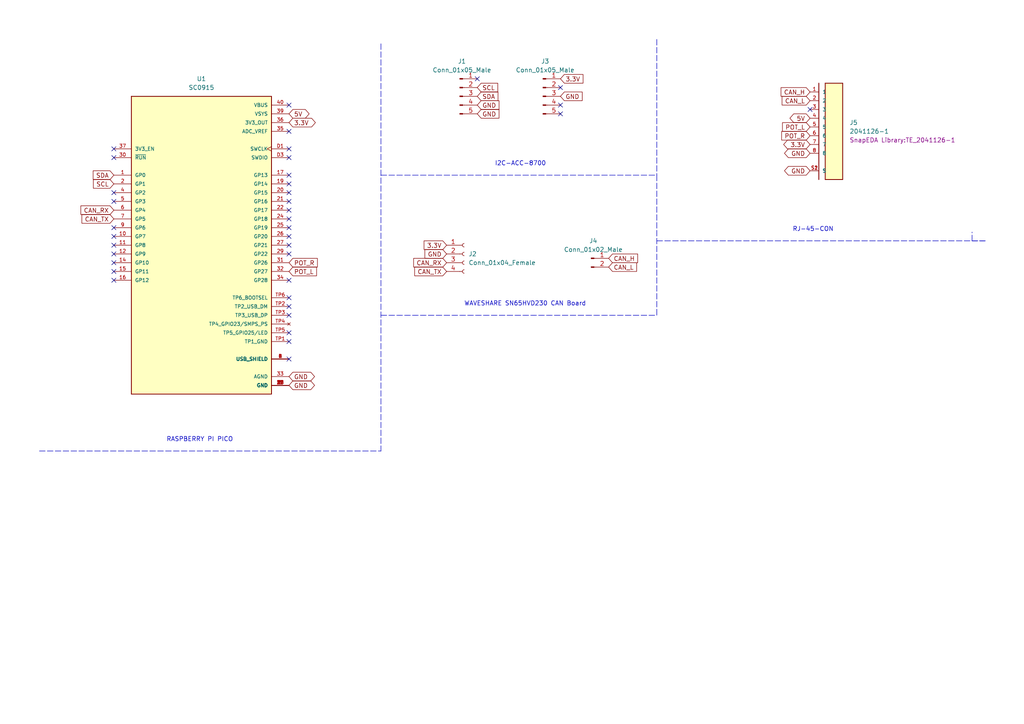
<source format=kicad_sch>
(kicad_sch (version 20211123) (generator eeschema)
  (paper "A4")
  (lib_symbols
    (symbol "2041126-1:2041126-1" (pin_names (offset 1.016))
      (property "Reference" "J" (at -0.254 13.2334 0))
      (property "Value" "2041126-1" (at 0 -17.5514 0))
      (symbol "2041126-1_0_0"
        (polyline (pts (xy 0 -15.24) (xy 0 12.7)) (stroke (width 0.254)))
        (rectangle (start 1.8542 -15.24) (end 6.9342 12.7) (stroke (width 0.254)) (fill (type background)))
        (pin passive line (at -2.54 10.16 0) (length 2.54) (name "1") (number "1"))
        (pin passive line (at -2.54 7.62 0) (length 2.54) (name "2") (number "2"))
        (pin passive line (at -2.54 5.08 0) (length 2.54) (name "3") (number "3"))
        (pin passive line (at -2.54 2.54 0) (length 2.54) (name "4") (number "4"))
        (pin passive line (at -2.54 0 0) (length 2.54) (name "5") (number "5"))
        (pin passive line (at -2.54 -2.54 0) (length 2.54) (name "6") (number "6"))
        (pin passive line (at -2.54 -5.08 0) (length 2.54) (name "7") (number "7"))
        (pin passive line (at -2.54 -7.62 0) (length 2.54) (name "8") (number "8"))
        (pin passive line (at -2.54 -12.7 0) (length 2.54) (name "S") (number "S1"))
        (pin passive line (at -2.54 -12.7 0) (length 2.54) (name "S") (number "S2"))
      )
    )
    (symbol "Connector:Conn_01x02_Male" (pin_names (offset 1.016) hide)
      (property "Reference" "J" (at 0 2.54 0))
      (property "Value" "Conn_01x02_Male" (at 0 -5.08 0))
      (symbol "Conn_01x02_Male_1_1"
        (polyline (pts (xy 1.27 -2.54) (xy 0.8636 -2.54)) (stroke (width 0.1524)))
        (polyline (pts (xy 1.27 0) (xy 0.8636 0)) (stroke (width 0.1524)))
        (rectangle (start 0.8636 -2.413) (end 0 -2.667) (stroke (width 0.1524)) (fill (type outline)))
        (rectangle (start 0.8636 0.127) (end 0 -0.127) (stroke (width 0.1524)) (fill (type outline)))
        (pin passive line (at 5.08 0 180) (length 3.81) (name "Pin_1") (number "1"))
        (pin passive line (at 5.08 -2.54 180) (length 3.81) (name "Pin_2") (number "2"))
      )
    )
    (symbol "Connector:Conn_01x04_Female" (pin_names (offset 1.016) hide)
      (property "Reference" "J" (at 0 5.08 0))
      (property "Value" "Conn_01x04_Female" (at 0 -7.62 0))
      (symbol "Conn_01x04_Female_1_1"
        (arc (start 0 -4.572) (mid -0.508 -5.08) (end 0 -5.588) (stroke (width 0.1524)))
        (arc (start 0 -2.032) (mid -0.508 -2.54) (end 0 -3.048) (stroke (width 0.1524)))
        (polyline (pts (xy -1.27 -5.08) (xy -0.508 -5.08)) (stroke (width 0.1524)))
        (polyline (pts (xy -1.27 -2.54) (xy -0.508 -2.54)) (stroke (width 0.1524)))
        (polyline (pts (xy -1.27 0) (xy -0.508 0)) (stroke (width 0.1524)))
        (polyline (pts (xy -1.27 2.54) (xy -0.508 2.54)) (stroke (width 0.1524)))
        (arc (start 0 0.508) (mid -0.508 0) (end 0 -0.508) (stroke (width 0.1524)))
        (arc (start 0 3.048) (mid -0.508 2.54) (end 0 2.032) (stroke (width 0.1524)))
        (pin passive line (at -5.08 2.54 0) (length 3.81) (name "Pin_1") (number "1"))
        (pin passive line (at -5.08 0 0) (length 3.81) (name "Pin_2") (number "2"))
        (pin passive line (at -5.08 -2.54 0) (length 3.81) (name "Pin_3") (number "3"))
        (pin passive line (at -5.08 -5.08 0) (length 3.81) (name "Pin_4") (number "4"))
      )
    )
    (symbol "Connector:Conn_01x05_Male" (pin_names (offset 1.016) hide)
      (property "Reference" "J" (at 0 7.62 0))
      (property "Value" "Conn_01x05_Male" (at 0 -7.62 0))
      (symbol "Conn_01x05_Male_1_1"
        (polyline (pts (xy 1.27 -5.08) (xy 0.8636 -5.08)) (stroke (width 0.1524)))
        (polyline (pts (xy 1.27 -2.54) (xy 0.8636 -2.54)) (stroke (width 0.1524)))
        (polyline (pts (xy 1.27 0) (xy 0.8636 0)) (stroke (width 0.1524)))
        (polyline (pts (xy 1.27 2.54) (xy 0.8636 2.54)) (stroke (width 0.1524)))
        (polyline (pts (xy 1.27 5.08) (xy 0.8636 5.08)) (stroke (width 0.1524)))
        (rectangle (start 0.8636 -4.953) (end 0 -5.207) (stroke (width 0.1524)) (fill (type outline)))
        (rectangle (start 0.8636 -2.413) (end 0 -2.667) (stroke (width 0.1524)) (fill (type outline)))
        (rectangle (start 0.8636 0.127) (end 0 -0.127) (stroke (width 0.1524)) (fill (type outline)))
        (rectangle (start 0.8636 2.667) (end 0 2.413) (stroke (width 0.1524)) (fill (type outline)))
        (rectangle (start 0.8636 5.207) (end 0 4.953) (stroke (width 0.1524)) (fill (type outline)))
        (pin passive line (at 5.08 5.08 180) (length 3.81) (name "Pin_1") (number "1"))
        (pin passive line (at 5.08 2.54 180) (length 3.81) (name "Pin_2") (number "2"))
        (pin passive line (at 5.08 0 180) (length 3.81) (name "Pin_3") (number "3"))
        (pin passive line (at 5.08 -2.54 180) (length 3.81) (name "Pin_4") (number "4"))
        (pin passive line (at 5.08 -5.08 180) (length 3.81) (name "Pin_5") (number "5"))
      )
    )
    (symbol "SC0915:SC0915" (pin_names (offset 1.016))
      (property "Reference" "U" (at -20.32 44.069 0))
      (property "Value" "SC0915" (at -20.32 -45.72 0))
      (symbol "SC0915_0_0"
        (rectangle (start -20.32 -43.18) (end 20.32 43.18) (stroke (width 0.254)) (fill (type background)))
        (pin bidirectional line (at -25.4 20.32 0) (length 5.08) (name "GP0") (number "1"))
        (pin bidirectional line (at -25.4 2.54 0) (length 5.08) (name "GP7") (number "10"))
        (pin bidirectional line (at -25.4 0 0) (length 5.08) (name "GP8") (number "11"))
        (pin bidirectional line (at -25.4 -2.54 0) (length 5.08) (name "GP9") (number "12"))
        (pin power_in line (at 25.4 -40.64 180) (length 5.08) (name "GND") (number "13"))
        (pin bidirectional line (at -25.4 -5.08 0) (length 5.08) (name "GP10") (number "14"))
        (pin bidirectional line (at -25.4 -7.62 0) (length 5.08) (name "GP11") (number "15"))
        (pin bidirectional line (at -25.4 -10.16 0) (length 5.08) (name "GP12") (number "16"))
        (pin bidirectional line (at 25.4 20.32 180) (length 5.08) (name "GP13") (number "17"))
        (pin power_in line (at 25.4 -40.64 180) (length 5.08) (name "GND") (number "18"))
        (pin bidirectional line (at 25.4 17.78 180) (length 5.08) (name "GP14") (number "19"))
        (pin bidirectional line (at -25.4 17.78 0) (length 5.08) (name "GP1") (number "2"))
        (pin bidirectional line (at 25.4 15.24 180) (length 5.08) (name "GP15") (number "20"))
        (pin bidirectional line (at 25.4 12.7 180) (length 5.08) (name "GP16") (number "21"))
        (pin bidirectional line (at 25.4 10.16 180) (length 5.08) (name "GP17") (number "22"))
        (pin power_in line (at 25.4 -40.64 180) (length 5.08) (name "GND") (number "23"))
        (pin bidirectional line (at 25.4 7.62 180) (length 5.08) (name "GP18") (number "24"))
        (pin bidirectional line (at 25.4 5.08 180) (length 5.08) (name "GP19") (number "25"))
        (pin bidirectional line (at 25.4 2.54 180) (length 5.08) (name "GP20") (number "26"))
        (pin bidirectional line (at 25.4 0 180) (length 5.08) (name "GP21") (number "27"))
        (pin power_in line (at 25.4 -40.64 180) (length 5.08) (name "GND") (number "28"))
        (pin bidirectional line (at 25.4 -2.54 180) (length 5.08) (name "GP22") (number "29"))
        (pin power_in line (at 25.4 -40.64 180) (length 5.08) (name "GND") (number "3"))
        (pin input line (at -25.4 25.4 0) (length 5.08) (name "~{RUN}") (number "30"))
        (pin bidirectional line (at 25.4 -5.08 180) (length 5.08) (name "GP26") (number "31"))
        (pin bidirectional line (at 25.4 -7.62 180) (length 5.08) (name "GP27") (number "32"))
        (pin power_in line (at 25.4 -38.1 180) (length 5.08) (name "AGND") (number "33"))
        (pin bidirectional line (at 25.4 -10.16 180) (length 5.08) (name "GP28") (number "34"))
        (pin power_in line (at 25.4 33.02 180) (length 5.08) (name "ADC_VREF") (number "35"))
        (pin power_in line (at 25.4 35.56 180) (length 5.08) (name "3V3_OUT") (number "36"))
        (pin input line (at -25.4 27.94 0) (length 5.08) (name "3V3_EN") (number "37"))
        (pin power_in line (at 25.4 -40.64 180) (length 5.08) (name "GND") (number "38"))
        (pin power_in line (at 25.4 38.1 180) (length 5.08) (name "VSYS") (number "39"))
        (pin bidirectional line (at -25.4 15.24 0) (length 5.08) (name "GP2") (number "4"))
        (pin power_in line (at 25.4 40.64 180) (length 5.08) (name "VBUS") (number "40"))
        (pin bidirectional line (at -25.4 12.7 0) (length 5.08) (name "GP3") (number "5"))
        (pin bidirectional line (at -25.4 10.16 0) (length 5.08) (name "GP4") (number "6"))
        (pin bidirectional line (at -25.4 7.62 0) (length 5.08) (name "GP5") (number "7"))
        (pin power_in line (at 25.4 -40.64 180) (length 5.08) (name "GND") (number "8"))
        (pin bidirectional line (at -25.4 5.08 0) (length 5.08) (name "GP6") (number "9"))
        (pin power_in line (at 25.4 -33.02 180) (length 5.08) (name "USB_SHIELD") (number "A"))
        (pin power_in line (at 25.4 -33.02 180) (length 5.08) (name "USB_SHIELD") (number "B"))
        (pin power_in line (at 25.4 -33.02 180) (length 5.08) (name "USB_SHIELD") (number "C"))
        (pin power_in line (at 25.4 -33.02 180) (length 5.08) (name "USB_SHIELD") (number "D"))
        (pin input clock (at 25.4 27.94 180) (length 5.08) (name "SWCLK") (number "D1"))
        (pin power_in line (at 25.4 -40.64 180) (length 5.08) (name "GND") (number "D2"))
        (pin bidirectional line (at 25.4 25.4 180) (length 5.08) (name "SWDIO") (number "D3"))
        (pin power_in line (at 25.4 -27.94 180) (length 5.08) (name "TP1_GND") (number "TP1"))
        (pin bidirectional line (at 25.4 -17.78 180) (length 5.08) (name "TP2_USB_DM") (number "TP2"))
        (pin bidirectional line (at 25.4 -20.32 180) (length 5.08) (name "TP3_USB_DP") (number "TP3"))
        (pin no_connect line (at 25.4 -22.86 180) (length 5.08) (name "TP4_GPIO23/SMPS_PS") (number "TP4"))
        (pin output line (at 25.4 -25.4 180) (length 5.08) (name "TP5_GPIO25/LED") (number "TP5"))
        (pin input line (at 25.4 -15.24 180) (length 5.08) (name "TP6_BOOTSEL") (number "TP6"))
      )
    )
  )
  (no_connect (at 33.02 58.42))
  (no_connect (at 234.95 31.75))
  (no_connect (at 83.82 45.72))
  (no_connect (at 33.02 45.72))
  (no_connect (at 83.82 53.34))
  (no_connect (at 162.56 25.4))
  (no_connect (at 83.82 50.8))
  (no_connect (at 33.02 68.58))
  (no_connect (at 83.82 104.14))
  (no_connect (at 33.02 78.74))
  (no_connect (at 83.82 73.66))
  (no_connect (at 83.82 96.52))
  (no_connect (at 162.56 30.48))
  (no_connect (at 33.02 81.28))
  (no_connect (at 83.82 86.36))
  (no_connect (at 83.82 71.12))
  (no_connect (at 33.02 43.18))
  (no_connect (at 83.82 68.58))
  (no_connect (at 83.82 30.48))
  (no_connect (at 83.82 91.44))
  (no_connect (at 33.02 66.04))
  (no_connect (at 33.02 55.88))
  (no_connect (at 83.82 63.5))
  (no_connect (at 33.02 73.66))
  (no_connect (at 83.82 58.42))
  (no_connect (at 83.82 99.06))
  (no_connect (at 33.02 71.12))
  (no_connect (at 33.02 76.2))
  (no_connect (at 83.82 81.28))
  (no_connect (at 83.82 66.04))
  (no_connect (at 162.56 33.02))
  (no_connect (at 83.82 38.1))
  (no_connect (at 83.82 88.9))
  (no_connect (at 83.82 43.18))
  (no_connect (at 138.43 22.86))
  (no_connect (at 83.82 60.96))
  (no_connect (at 83.82 55.88))
  (polyline (pts (xy 11.43 130.81) (xy 110.49 130.81)))
  (polyline (pts (xy 190.5 11.43) (xy 190.5 50.8)))
  (polyline (pts (xy 190.5 69.85) (xy 285.75 69.85)))
  (polyline (pts (xy 190.5 50.8) (xy 190.5 91.44)))
  (polyline (pts (xy 110.49 91.44) (xy 190.5 91.44)))
  (polyline (pts (xy 110.49 50.8) (xy 190.5 50.8)))
  (polyline (pts (xy 110.49 12.7) (xy 110.49 130.81)))
  (polyline (pts (xy 285.75 69.85) (xy 281.94 69.85)))
  (polyline (pts (xy 281.94 69.85) (xy 281.94 67.31)))
  (text "RJ-45-CON\n" (at 229.87 67.31 0) (effects (font (size 1.27 1.27)) (justify left bottom)))
  (text "RASPBERRY PI PICO\n" (at 48.26 128.27 0) (effects (font (size 1.27 1.27)) (justify left bottom)))
  (text "I2C-ACC-8700" (at 143.51 48.26 0) (effects (font (size 1.27 1.27)) (justify left bottom)))
  (text "WAVESHARE SN65HVD230 CAN Board" (at 134.62 88.9 0) (effects (font (size 1.27 1.27)) (justify left bottom)))
  (global_label "POT_R" (shape input) (at 234.95 39.37 180) (property "Intersheet References" "${INTERSHEET_REFS}" (effects hide)))
  (global_label "GND" (shape input) (at 162.56 27.94 0) (property "Intersheet References" "${INTERSHEET_REFS}" (effects hide)))
  (global_label "GND" (shape bidirectional) (at 83.82 111.76 0) (property "Intersheet References" "${INTERSHEET_REFS}" (effects hide)))
  (global_label "SDA" (shape input) (at 33.02 50.8 180) (property "Intersheet References" "${INTERSHEET_REFS}" (effects hide)))
  (global_label "SCL" (shape input) (at 138.43 25.4 0) (property "Intersheet References" "${INTERSHEET_REFS}" (effects hide)))
  (global_label "GND" (shape input) (at 138.43 30.48 0) (property "Intersheet References" "${INTERSHEET_REFS}" (effects hide)))
  (global_label "3.3V" (shape input) (at 129.54 71.12 180) (property "Intersheet References" "${INTERSHEET_REFS}" (effects hide)))
  (global_label "GND" (shape bidirectional) (at 234.95 44.45 180) (property "Intersheet References" "${INTERSHEET_REFS}" (effects hide)))
  (global_label "CAN_L" (shape input) (at 234.95 29.21 180) (property "Intersheet References" "${INTERSHEET_REFS}" (effects hide)))
  (global_label "GND" (shape bidirectional) (at 234.95 49.53 180) (property "Intersheet References" "${INTERSHEET_REFS}" (effects hide)))
  (global_label "CAN_TX" (shape input) (at 33.02 63.5 180) (property "Intersheet References" "${INTERSHEET_REFS}" (effects hide)))
  (global_label "CAN_L" (shape input) (at 176.53 77.47 0) (property "Intersheet References" "${INTERSHEET_REFS}" (effects hide)))
  (global_label "POT_R" (shape input) (at 83.82 76.2 0) (property "Intersheet References" "${INTERSHEET_REFS}" (effects hide)))
  (global_label "CAN_TX" (shape input) (at 129.54 78.74 180) (property "Intersheet References" "${INTERSHEET_REFS}" (effects hide)))
  (global_label "CAN_H" (shape input) (at 176.53 74.93 0) (property "Intersheet References" "${INTERSHEET_REFS}" (effects hide)))
  (global_label "GND" (shape bidirectional) (at 83.82 109.22 0) (property "Intersheet References" "${INTERSHEET_REFS}" (effects hide)))
  (global_label "CAN_RX" (shape input) (at 129.54 76.2 180) (property "Intersheet References" "${INTERSHEET_REFS}" (effects hide)))
  (global_label "POT_L" (shape input) (at 83.82 78.74 0) (property "Intersheet References" "${INTERSHEET_REFS}" (effects hide)))
  (global_label "3.3V" (shape bidirectional) (at 234.95 41.91 180) (property "Intersheet References" "${INTERSHEET_REFS}" (effects hide)))
  (global_label "POT_L" (shape input) (at 234.95 36.83 180) (property "Intersheet References" "${INTERSHEET_REFS}" (effects hide)))
  (global_label "GND" (shape input) (at 138.43 33.02 0) (property "Intersheet References" "${INTERSHEET_REFS}" (effects hide)))
  (global_label "SDA" (shape input) (at 138.43 27.94 0) (property "Intersheet References" "${INTERSHEET_REFS}" (effects hide)))
  (global_label "GND" (shape input) (at 129.54 73.66 180) (property "Intersheet References" "${INTERSHEET_REFS}" (effects hide)))
  (global_label "CAN_RX" (shape input) (at 33.02 60.96 180) (property "Intersheet References" "${INTERSHEET_REFS}" (effects hide)))
  (global_label "CAN_H" (shape input) (at 234.95 26.67 180) (property "Intersheet References" "${INTERSHEET_REFS}" (effects hide)))
  (global_label "5V" (shape bidirectional) (at 234.95 34.29 180) (property "Intersheet References" "${INTERSHEET_REFS}" (effects hide)))
  (global_label "3.3V" (shape input) (at 162.56 22.86 0) (property "Intersheet References" "${INTERSHEET_REFS}" (effects hide)))
  (global_label "3.3V" (shape bidirectional) (at 83.82 35.56 0) (property "Intersheet References" "${INTERSHEET_REFS}" (effects hide)))
  (global_label "SCL" (shape input) (at 33.02 53.34 180) (property "Intersheet References" "${INTERSHEET_REFS}" (effects hide)))
  (global_label "5V" (shape bidirectional) (at 83.82 33.02 0) (property "Intersheet References" "${INTERSHEET_REFS}" (effects hide)))
  (symbol (lib_id "Connector:Conn_01x05_Male") (at 157.48 27.94 0) (unit 1)
    (property "Reference" "J3" (at 158.115 17.78 0))
    (property "Value" "Conn_01x05_Male" (at 158.115 20.32 0))
    (property "Footprint" "Connector_PinSocket_2.54mm:PinSocket_1x05_P2.54mm_Vertical" (effects hide))
  )
  (symbol (lib_id "Connector:Conn_01x04_Female") (at 134.62 73.66 0) (unit 1)
    (property "Reference" "J2" (at 135.89 73.6599 0) (effects (justify left)))
    (property "Value" "Conn_01x04_Female" (at 135.89 76.1999 0) (effects (justify left)))
    (property "Footprint" "Connector_PinHeader_2.54mm:PinHeader_1x04_P2.54mm_Vertical" (effects hide))
  )
  (symbol (lib_id "Connector:Conn_01x02_Male") (at 171.45 74.93 0) (unit 1)
    (property "Reference" "J4" (at 172.085 69.85 0))
    (property "Value" "Conn_01x02_Male" (at 172.085 72.39 0))
    (property "Footprint" "Connector_PinHeader_2.54mm:PinHeader_1x02_P2.54mm_Vertical" (effects hide))
  )
  (symbol (lib_id "2041126-1:2041126-1") (at 237.49 36.83 0) (unit 1)
    (property "Reference" "J5" (at 246.38 35.5599 0) (effects (justify left)))
    (property "Value" "2041126-1" (at 246.38 38.0999 0) (effects (justify left)))
    (property "Footprint" "SnapEDA Library:TE_2041126-1" (at 246.38 40.6399 0) (effects (justify left)))
    (property "MANUFACTURER" "TE CONNECTIVITY" (effects hide))
    (property "STANDARD" "MANUFACTURER RECOMMENDATION" (effects hide))
    (property "PARTREV" "B" (effects hide))
  )
  (symbol (lib_id "SC0915:SC0915") (at 58.42 71.12 0) (unit 1)
    (property "Reference" "U1" (at 58.42 22.86 0))
    (property "Value" "SC0915" (at 58.42 25.4 0))
    (property "Footprint" "SnapEDA Library:MODULE_SC0915" (effects hide))
    (property "STANDARD" "Manufacturer Recommendations" (effects hide))
    (property "SNAPEDA_PN" "SC0915" (effects hide))
    (property "PARTREV" "1.9" (effects hide))
    (property "MANUFACTURER" "Pi Supply" (effects hide))
  )
  (symbol (lib_id "Connector:Conn_01x05_Male") (at 133.35 27.94 0) (unit 1)
    (property "Reference" "J1" (at 133.985 17.78 0))
    (property "Value" "Conn_01x05_Male" (at 133.985 20.32 0))
    (property "Footprint" "Connector_PinSocket_2.54mm:PinSocket_1x05_P2.54mm_Vertical" (effects hide))
  )
)
</source>
